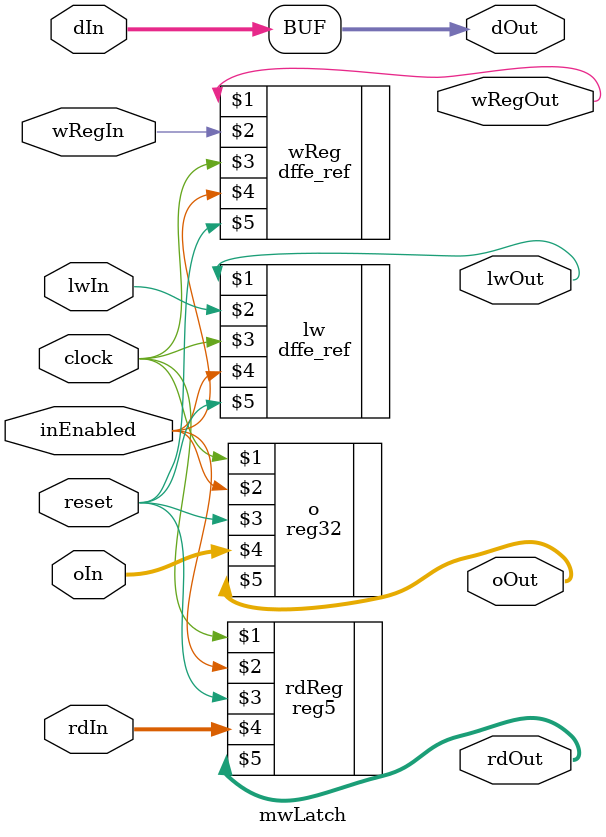
<source format=v>
module mwLatch(clock, oIn, dIn, wRegIn, lwIn, rdIn, inEnabled, reset, 
					oOut, dOut, wRegOut, lwOut, rdOut);
	
	input[31:0] oIn, dIn;
	input[4:0] rdIn;
	input clock, wRegIn, lwIn, inEnabled, reset;
	
	output[31:0] oOut, dOut;
	output[4:0] rdOut;
	output wRegOut, lwOut;
	
	// Latch Data
	reg32 o(clock, inEnabled, reset, oIn, oOut);
//	reg32 d(clock, inEnabled, reset, dIn, dOut);
	// Never really need to stall in mw? Always output data from RAM as fast as possible then?
	assign dOut = dIn;
	reg5 rdReg(clock, inEnabled, reset, rdIn, rdOut);
	dffe_ref wReg(wRegOut, wRegIn, clock, inEnabled, reset);
	dffe_ref lw(lwOut, lwIn, clock, inEnabled, reset);
	
endmodule

</source>
